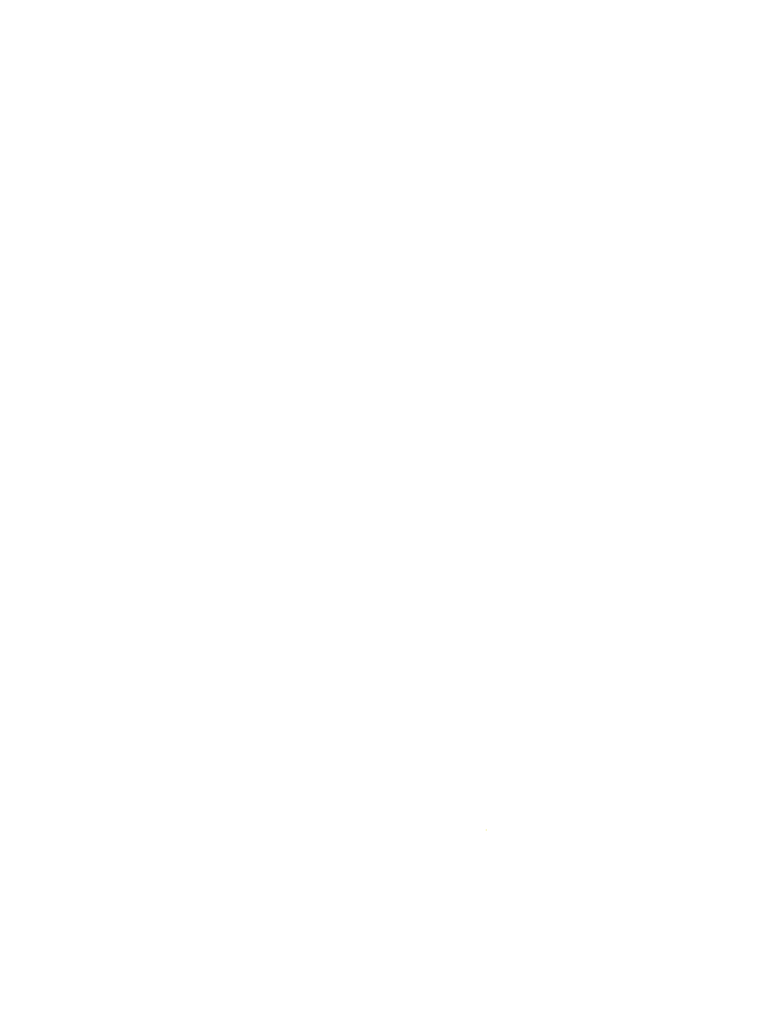
<source format=kicad_pcb>
(kicad_pcb (version 20240108) (generator "pcbnew") (generator_version "8.0")
  (title_block (title "BOARD NAME:") (comment 1 "PCB DESIGNER:") (comment 2 "DWG NO:") (comment 3 "PART NO.:") (comment 4 "COMPANY NAME:"))
  (layers (0 "F.Cu" signal "TOP") (31 "B.Cu" signal "BOTTOM") (34 "B.Paste" user) (35 "F.Paste" user) (36 "B.SilkS" user "B.Silkscreen") (37 "F.SilkS" user "F.Silkscreen") (38 "B.Mask" user) (39 "F.Mask" user) (44 "Edge.Cuts" user))
  (net 0 "")
  (gr_line (start 231.648 161.544) (end 231.648 161.798) (stroke (width 0.127)) (layer "F.SilkS"))
)
</source>
